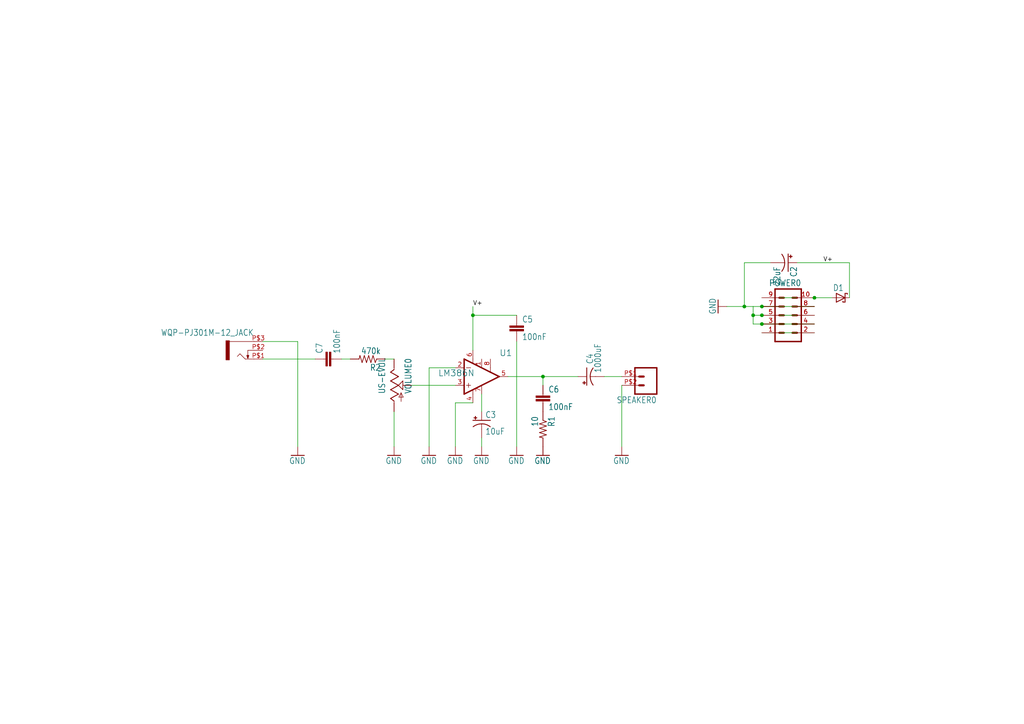
<source format=kicad_sch>
(kicad_sch (version 20230121) (generator eeschema)
  (paper "A4")
  (lib_symbols
    (symbol "speaker v.001-eagle-import:CPOL-USE2.5-5"
      (property "Reference" "C" (at 1.016 0.635 0))
      (symbol "CPOL-USE2.5-5_1_0"
        (rectangle (start -2.253 0.668) (end -1.364 0.795) (fill (type outline)))
        (rectangle (start -1.872 0.287) (end -1.745 1.176) (fill (type outline)))
        (arc (start 0 -1.0161) (mid -1.3021 -1.2303) (end -2.4669 -1.8504) (stroke (width 0.254)))
        (polyline (pts (xy -2.54 0) (xy 2.54 0)) (stroke (width 0.254)))
        (polyline (pts (xy 0 -1.016) (xy 0 -2.54)) (stroke (width 0.1524)))
        (arc (start 2.4892 -1.8541) (mid 1.3158 -1.2194) (end 0 -1) (stroke (width 0.254)))
        (pin passive line (at 0 2.54 270) (length 2.54) (name "+") (number "+"))
        (pin passive line (at 0 -5.08 90) (length 2.54) (name "-") (number "-"))
      )
    )
    (symbol "speaker v.001-eagle-import:GND" (power)
      (property "Value" "GND" (at -2.54 -2.54 0))
      (symbol "GND_1_0"
        (polyline (pts (xy -1.905 0) (xy 1.905 0)) (stroke (width 0.254)))
        (pin power_in line (at 0 2.54 270) (length 2.54) (name "GND") (number "1"))
      )
    )
    (symbol "speaker v.001-eagle-import:LM386"
      (property "Reference" "U" (at 7.62 5.842 0))
      (symbol "LM386_1_0"
        (polyline (pts (xy -2.54 -5.08) (xy -2.54 5.08)) (stroke (width 0.4064)))
        (polyline (pts (xy -2.54 5.08) (xy 5.08 1.27)) (stroke (width 0.4064)))
        (polyline (pts (xy -1.905 -2.54) (xy -0.635 -2.54)) (stroke (width 0.1524)))
        (polyline (pts (xy -1.905 2.54) (xy -0.635 2.54)) (stroke (width 0.1524)))
        (polyline (pts (xy -1.27 -3.175) (xy -1.27 -1.905)) (stroke (width 0.1524)))
        (polyline (pts (xy 0 -5.08) (xy 0 -3.8862)) (stroke (width 0.1524)))
        (polyline (pts (xy 0 3.9116) (xy 0 5.08)) (stroke (width 0.1524)))
        (polyline (pts (xy 5.08 1.27) (xy 5.08 2.54)) (stroke (width 0.1524)))
        (polyline (pts (xy 5.08 1.27) (xy 7.62 0)) (stroke (width 0.4064)))
        (polyline (pts (xy 7.62 0) (xy -2.54 -5.08)) (stroke (width 0.4064)))
        (pin bidirectional line (at 2.54 5.08 270) (length 2.54) (name "GAIN@1") (number "1"))
        (pin input line (at -5.08 2.54 0) (length 2.54) (name "-IN") (number "2"))
        (pin input line (at -5.08 -2.54 0) (length 2.54) (name "+IN") (number "3"))
        (pin power_in line (at 0 -7.62 90) (length 2.54) (name "V-") (number "4"))
        (pin output line (at 10.16 0 180) (length 2.54) (name "OUT") (number "5"))
        (pin power_in line (at 0 7.62 270) (length 2.54) (name "V+") (number "6"))
        (pin bidirectional line (at 2.54 -5.08 90) (length 2.54) (name "BP") (number "7"))
        (pin bidirectional line (at 5.08 5.08 270) (length 2.54) (name "GAIN@8") (number "8"))
      )
    )
    (symbol "speaker v.001-eagle-import:M02PTH2"
      (property "Reference" "JP" (at -2.54 5.842 0))
      (symbol "M02PTH2_1_0"
        (polyline (pts (xy -2.54 5.08) (xy -2.54 -2.54)) (stroke (width 0.4064)))
        (polyline (pts (xy -2.54 5.08) (xy 3.81 5.08)) (stroke (width 0.4064)))
        (polyline (pts (xy 1.27 0) (xy 2.54 0)) (stroke (width 0.6096)))
        (polyline (pts (xy 1.27 2.54) (xy 2.54 2.54)) (stroke (width 0.6096)))
        (polyline (pts (xy 3.81 -2.54) (xy -2.54 -2.54)) (stroke (width 0.4064)))
        (polyline (pts (xy 3.81 -2.54) (xy 3.81 5.08)) (stroke (width 0.4064)))
        (pin passive line (at 7.62 0 180) (length 5.08) (name "1") (number "P$1"))
        (pin passive line (at 7.62 2.54 180) (length 5.08) (name "2") (number "P$2"))
      )
    )
    (symbol "speaker v.001-eagle-import:MA05-2"
      (property "Reference" "SV" (at -3.81 8.382 0))
      (symbol "MA05-2_1_0"
        (polyline (pts (xy -3.81 7.62) (xy -3.81 -7.62)) (stroke (width 0.4064)))
        (polyline (pts (xy -3.81 7.62) (xy 3.81 7.62)) (stroke (width 0.4064)))
        (polyline (pts (xy -2.54 -5.08) (xy -1.27 -5.08)) (stroke (width 0.6096)))
        (polyline (pts (xy -2.54 -2.54) (xy -1.27 -2.54)) (stroke (width 0.6096)))
        (polyline (pts (xy -2.54 0) (xy -1.27 0)) (stroke (width 0.6096)))
        (polyline (pts (xy -2.54 2.54) (xy -1.27 2.54)) (stroke (width 0.6096)))
        (polyline (pts (xy -2.54 5.08) (xy -1.27 5.08)) (stroke (width 0.6096)))
        (polyline (pts (xy 1.27 -5.08) (xy 2.54 -5.08)) (stroke (width 0.6096)))
        (polyline (pts (xy 1.27 -2.54) (xy 2.54 -2.54)) (stroke (width 0.6096)))
        (polyline (pts (xy 1.27 0) (xy 2.54 0)) (stroke (width 0.6096)))
        (polyline (pts (xy 1.27 2.54) (xy 2.54 2.54)) (stroke (width 0.6096)))
        (polyline (pts (xy 1.27 5.08) (xy 2.54 5.08)) (stroke (width 0.6096)))
        (polyline (pts (xy 3.81 -7.62) (xy -3.81 -7.62)) (stroke (width 0.4064)))
        (polyline (pts (xy 3.81 -7.62) (xy 3.81 7.62)) (stroke (width 0.4064)))
        (pin passive line (at 7.62 -5.08 180) (length 5.08) (name "1") (number "1"))
        (pin passive line (at -7.62 5.08 0) (length 5.08) (name "10") (number "10"))
        (pin passive line (at -7.62 -5.08 0) (length 5.08) (name "2") (number "2"))
        (pin passive line (at 7.62 -2.54 180) (length 5.08) (name "3") (number "3"))
        (pin passive line (at -7.62 -2.54 0) (length 5.08) (name "4") (number "4"))
        (pin passive line (at 7.62 0 180) (length 5.08) (name "5") (number "5"))
        (pin passive line (at -7.62 0 0) (length 5.08) (name "6") (number "6"))
        (pin passive line (at 7.62 2.54 180) (length 5.08) (name "7") (number "7"))
        (pin passive line (at -7.62 2.54 0) (length 5.08) (name "8") (number "8"))
        (pin passive line (at 7.62 5.08 180) (length 5.08) (name "9") (number "9"))
      )
    )
    (symbol "speaker v.001-eagle-import:R-US_0204/7"
      (property "Reference" "R" (at -3.81 1.4986 0))
      (symbol "R-US_0204/7_1_0"
        (polyline (pts (xy -2.54 0) (xy -2.159 1.016)) (stroke (width 0.2032)))
        (polyline (pts (xy -2.159 1.016) (xy -1.524 -1.016)) (stroke (width 0.2032)))
        (polyline (pts (xy -1.524 -1.016) (xy -0.889 1.016)) (stroke (width 0.2032)))
        (polyline (pts (xy -0.889 1.016) (xy -0.254 -1.016)) (stroke (width 0.2032)))
        (polyline (pts (xy -0.254 -1.016) (xy 0.381 1.016)) (stroke (width 0.2032)))
        (polyline (pts (xy 0.381 1.016) (xy 1.016 -1.016)) (stroke (width 0.2032)))
        (polyline (pts (xy 1.016 -1.016) (xy 1.651 1.016)) (stroke (width 0.2032)))
        (polyline (pts (xy 1.651 1.016) (xy 2.286 -1.016)) (stroke (width 0.2032)))
        (polyline (pts (xy 2.286 -1.016) (xy 2.54 0)) (stroke (width 0.2032)))
        (pin passive line (at -5.08 0 0) (length 2.54) (name "1") (number "1"))
        (pin passive line (at 5.08 0 180) (length 2.54) (name "2") (number "2"))
      )
    )
    (symbol "speaker v.001-eagle-import:SCHOTTKY-DIODEDO41"
      (property "Reference" "D" (at -2.286 1.905 0))
      (symbol "SCHOTTKY-DIODEDO41_1_0"
        (polyline (pts (xy -1.27 -1.27) (xy 1.27 0)) (stroke (width 0.254)))
        (polyline (pts (xy -1.27 1.27) (xy -1.27 -1.27)) (stroke (width 0.254)))
        (polyline (pts (xy 0.635 -1.016) (xy 0.635 -1.27)) (stroke (width 0.254)))
        (polyline (pts (xy 1.27 -1.27) (xy 0.635 -1.27)) (stroke (width 0.254)))
        (polyline (pts (xy 1.27 0) (xy -1.27 1.27)) (stroke (width 0.254)))
        (polyline (pts (xy 1.27 0) (xy 1.27 -1.27)) (stroke (width 0.254)))
        (polyline (pts (xy 1.27 1.27) (xy 1.27 0)) (stroke (width 0.254)))
        (polyline (pts (xy 1.905 1.27) (xy 1.27 1.27)) (stroke (width 0.254)))
        (polyline (pts (xy 1.905 1.27) (xy 1.905 1.016)) (stroke (width 0.254)))
        (pin passive line (at -2.54 0 0) (length 2.54) (name "A") (number "A"))
        (pin passive line (at 2.54 0 180) (length 2.54) (name "C") (number "C"))
      )
    )
    (symbol "speaker v.001-eagle-import:SPARKFUN_CAPPTH1"
      (property "Reference" "C" (at 1.524 2.921 0))
      (symbol "SPARKFUN_CAPPTH1_1_0"
        (rectangle (start -2.032 0.508) (end 2.032 1.016) (fill (type outline)))
        (rectangle (start -2.032 1.524) (end 2.032 2.032) (fill (type outline)))
        (polyline (pts (xy 0 0) (xy 0 0.508)) (stroke (width 0.1524)))
        (polyline (pts (xy 0 2.54) (xy 0 2.032)) (stroke (width 0.1524)))
        (pin passive line (at 0 5.08 270) (length 2.54) (name "1") (number "1"))
        (pin passive line (at 0 -2.54 90) (length 2.54) (name "2") (number "2"))
      )
    )
    (symbol "speaker v.001-eagle-import:US-EVUL"
      (property "Reference" "R" (at -5.08 -2.54 90))
      (symbol "US-EVUL_1_0"
        (polyline (pts (xy -1.016 -3.81) (xy 1.27 -2.54)) (stroke (width 0.254)))
        (polyline (pts (xy -1.016 -1.27) (xy 1.27 0)) (stroke (width 0.254)))
        (polyline (pts (xy -1.016 1.27) (xy 1.27 2.54)) (stroke (width 0.254)))
        (polyline (pts (xy -1.016 3.81) (xy 0 4.572)) (stroke (width 0.254)))
        (polyline (pts (xy 0 -5.08) (xy 0 -4.572)) (stroke (width 0.1524)))
        (polyline (pts (xy 0 -4.572) (xy -1.016 -3.81)) (stroke (width 0.254)))
        (polyline (pts (xy 0 4.572) (xy 0 5.08)) (stroke (width 0.1524)))
        (polyline (pts (xy 1.27 -2.54) (xy -1.016 -1.27)) (stroke (width 0.254)))
        (polyline (pts (xy 1.27 0) (xy -1.016 1.27)) (stroke (width 0.254)))
        (polyline (pts (xy 1.27 0) (xy 2.54 1.27)) (stroke (width 0.2032)))
        (polyline (pts (xy 1.27 2.54) (xy -1.016 3.81)) (stroke (width 0.254)))
        (polyline (pts (xy 1.397 -3.429) (xy 2.032 -2.159)) (stroke (width 0.1524)))
        (polyline (pts (xy 2.032 -4.699) (xy 2.032 -2.159)) (stroke (width 0.1524)))
        (polyline (pts (xy 2.032 -2.159) (xy 2.667 -3.429)) (stroke (width 0.1524)))
        (polyline (pts (xy 2.54 -1.27) (xy 1.27 0)) (stroke (width 0.2032)))
        (polyline (pts (xy 2.54 1.27) (xy 2.54 -1.27)) (stroke (width 0.2032)))
        (polyline (pts (xy 2.667 -3.429) (xy 1.397 -3.429)) (stroke (width 0.1524)))
        (pin passive line (at 0 -7.62 90) (length 2.54) (name "A") (number "1"))
        (pin passive line (at 5.08 0 180) (length 2.54) (name "S") (number "2"))
        (pin passive line (at 0 7.62 270) (length 2.54) (name "E") (number "3"))
      )
    )
    (symbol "speaker v.001-eagle-import:WQP-PJ301M-12_JACK"
      (symbol "WQP-PJ301M-12_JACK_1_0"
        (polyline (pts (xy -2.54 -2.54) (xy 4.572 -2.54)) (stroke (width 0.1524)))
        (polyline (pts (xy -2.54 0) (xy -0.762 0)) (stroke (width 0.1524)))
        (polyline (pts (xy -2.54 2.54) (xy 0 2.54)) (stroke (width 0.1524)))
        (polyline (pts (xy -1.016 1.524) (xy -0.508 1.524)) (stroke (width 0.254)))
        (polyline (pts (xy -0.762 0) (xy -0.762 2.286)) (stroke (width 0.1524)))
        (polyline (pts (xy -0.762 2.286) (xy -1.016 1.524)) (stroke (width 0.254)))
        (polyline (pts (xy -0.508 1.524) (xy -0.762 2.286)) (stroke (width 0.254)))
        (polyline (pts (xy 0 2.54) (xy 1.524 1.016)) (stroke (width 0.1524)))
        (polyline (pts (xy 1.524 1.016) (xy 2.286 1.778)) (stroke (width 0.1524)))
        (rectangle (start 4.572 2.794) (end 5.588 -2.794) (fill (type outline)))
        (pin passive line (at -5.08 2.54 0) (length 2.54) (name "2") (number "P$1"))
        (pin passive line (at -5.08 0 0) (length 2.54) (name "3") (number "P$2"))
        (pin passive line (at -5.08 -2.54 0) (length 2.54) (name "1") (number "P$3"))
      )
    )
  )
  (junction (at 157.48 109.22))
  (junction (at 236.22 86.36))
  (junction (at 215.9 88.9))
  (junction (at 220.98 93.98))
  (junction (at 220.98 91.44))
  (junction (at 137.16 91.44))
  (junction (at 220.98 88.9))
  (junction (at 218.44 91.44))
  (wire (pts (xy 137.16 116.84) (xy 132.08 116.84)) (stroke (width 0.1524)))
  (wire (pts (xy 147.32 109.22) (xy 157.48 109.22)) (stroke (width 0.1524)))
  (wire (pts (xy 86.36 99.06) (xy 86.36 129.54)) (stroke (width 0.1524)))
  (wire (pts (xy 220.98 88.9) (xy 218.44 88.9)) (stroke (width 0.1524)))
  (wire (pts (xy 220.98 91.44) (xy 218.44 91.44)) (stroke (width 0.1524)))
  (wire (pts (xy 236.22 93.98) (xy 220.98 93.98)) (stroke (width 0.1524)))
  (wire (pts (xy 236.22 86.36) (xy 241.3 86.36)) (stroke (width 0.1524)))
  (wire (pts (xy 119.38 111.76) (xy 132.08 111.76)) (stroke (width 0.1524)))
  (wire (pts (xy 76.2 99.06) (xy 86.36 99.06)) (stroke (width 0.1524)))
  (wire (pts (xy 218.44 91.44) (xy 218.44 93.98)) (stroke (width 0.1524)))
  (wire (pts (xy 218.44 88.9) (xy 215.9 88.9)) (stroke (width 0.1524)))
  (wire (pts (xy 132.08 106.68) (xy 124.46 106.68)) (stroke (width 0.1524)))
  (wire (pts (xy 236.22 88.9) (xy 220.98 88.9)) (stroke (width 0.1524)))
  (wire (pts (xy 124.46 106.68) (xy 124.46 129.54)) (stroke (width 0.1524)))
  (wire (pts (xy 246.38 76.2) (xy 231.14 76.2)) (stroke (width 0.1524)))
  (wire (pts (xy 236.22 91.44) (xy 220.98 91.44)) (stroke (width 0.1524)))
  (wire (pts (xy 137.16 101.6) (xy 137.16 91.44)) (stroke (width 0.1524)))
  (wire (pts (xy 215.9 88.9) (xy 210.82 88.9)) (stroke (width 0.1524)))
  (wire (pts (xy 139.7 127) (xy 139.7 129.54)) (stroke (width 0.1524)))
  (wire (pts (xy 246.38 86.36) (xy 246.38 76.2)) (stroke (width 0.1524)))
  (wire (pts (xy 236.22 96.52) (xy 220.98 96.52)) (stroke (width 0.1524)))
  (wire (pts (xy 215.9 76.2) (xy 215.9 88.9)) (stroke (width 0.1524)))
  (wire (pts (xy 218.44 93.98) (xy 220.98 93.98)) (stroke (width 0.1524)))
  (wire (pts (xy 236.22 86.36) (xy 220.98 86.36)) (stroke (width 0.1524)))
  (wire (pts (xy 149.86 91.44) (xy 137.16 91.44)) (stroke (width 0.1524)))
  (wire (pts (xy 101.6 104.14) (xy 99.06 104.14)) (stroke (width 0.1524)))
  (wire (pts (xy 218.44 91.44) (xy 218.44 88.9)) (stroke (width 0.1524)))
  (wire (pts (xy 157.48 109.22) (xy 167.64 109.22)) (stroke (width 0.1524)))
  (wire (pts (xy 137.16 91.44) (xy 137.16 88.9)) (stroke (width 0.1524)))
  (wire (pts (xy 132.08 116.84) (xy 132.08 129.54)) (stroke (width 0.1524)))
  (wire (pts (xy 223.52 76.2) (xy 215.9 76.2)) (stroke (width 0.1524)))
  (wire (pts (xy 149.86 99.06) (xy 149.86 129.54)) (stroke (width 0.1524)))
  (wire (pts (xy 139.7 114.3) (xy 139.7 119.38)) (stroke (width 0.1524)))
  (wire (pts (xy 175.26 109.22) (xy 180.34 109.22)) (stroke (width 0.1524)))
  (wire (pts (xy 114.3 119.38) (xy 114.3 129.54)) (stroke (width 0.1524)))
  (wire (pts (xy 157.48 111.76) (xy 157.48 109.22)) (stroke (width 0.1524)))
  (wire (pts (xy 180.34 111.76) (xy 180.34 129.54)) (stroke (width 0.1524)))
  (wire (pts (xy 114.3 104.14) (xy 111.76 104.14)) (stroke (width 0.1524)))
  (wire (pts (xy 76.2 104.14) (xy 91.44 104.14)) (stroke (width 0.1524)))
  (label "V+" (at 137.16 88.9 0) (effects (font (size 1.2446 1.2446))))
  (label "V+" (at 238.76 76.2 0) (effects (font (size 1.2446 1.2446))))
  (symbol (lib_id "speaker v.001-eagle-import:GND") (at 149.86 132.08 0) (unit 1)
    (property "Reference" "#GND4" (effects hide))
    (property "Value" "GND" (at 147.32 134.62 0) (effects (font (size 1.778 1.5113)) (justify left bottom)))
  )
  (symbol (lib_id "speaker v.001-eagle-import:GND") (at 86.36 132.08 0) (unit 1)
    (property "Reference" "#GND1" (effects hide))
    (property "Value" "GND" (at 83.82 134.62 0) (effects (font (size 1.778 1.5113)) (justify left bottom)))
  )
  (symbol (lib_id "speaker v.001-eagle-import:US-EVUL") (at 114.3 111.76 0) (unit 1)
    (property "Reference" "VOLUME0" (at 119.38 114.3 90) (effects (font (size 1.778 1.5113)) (justify left bottom)))
    (property "Value" "US-EVUL" (at 111.76 114.3 90) (effects (font (size 1.778 1.5113)) (justify left bottom)))
    (property "Footprint" "speaker v.001:EVUFXL" (effects hide))
  )
  (symbol (lib_id "speaker v.001-eagle-import:CPOL-USE2.5-5") (at 139.7 121.92 0) (unit 1)
    (property "Reference" "C3" (at 140.716 121.285 0) (effects (font (size 1.778 1.5113)) (justify left bottom)))
    (property "Value" "10uF" (at 140.716 126.111 0) (effects (font (size 1.778 1.5113)) (justify left bottom)))
    (property "Footprint" "speaker v.001:E2,5-5" (effects hide))
  )
  (symbol (lib_id "speaker v.001-eagle-import:GND") (at 114.3 132.08 0) (unit 1)
    (property "Reference" "#GND2" (effects hide))
    (property "Value" "GND" (at 111.76 134.62 0) (effects (font (size 1.778 1.5113)) (justify left bottom)))
  )
  (symbol (lib_id "speaker v.001-eagle-import:CPOL-USE2.5-5") (at 228.6 76.2 270) (unit 1)
    (property "Reference" "C2" (at 229.235 77.216 0) (effects (font (size 1.778 1.5113)) (justify left bottom)))
    (property "Value" "22uF" (at 224.409 77.216 0) (effects (font (size 1.778 1.5113)) (justify left bottom)))
    (property "Footprint" "speaker v.001:E2,5-5" (effects hide))
  )
  (symbol (lib_id "speaker v.001-eagle-import:SPARKFUN_CAPPTH1") (at 157.48 116.84 0) (unit 1)
    (property "Reference" "C6" (at 159.004 113.919 0) (effects (font (size 1.778 1.5113)) (justify left bottom)))
    (property "Value" "100nF" (at 159.004 118.999 0) (effects (font (size 1.778 1.5113)) (justify left bottom)))
    (property "Footprint" "speaker v.001:SPARKFUN_CAP-PTH-5MM" (effects hide))
  )
  (symbol (lib_id "speaker v.001-eagle-import:R-US_0204/7") (at 106.68 104.14 180) (unit 1)
    (property "Reference" "R2" (at 110.49 105.6386 0) (effects (font (size 1.778 1.5113)) (justify left bottom)))
    (property "Value" "470k" (at 110.49 100.838 0) (effects (font (size 1.778 1.5113)) (justify left bottom)))
    (property "Footprint" "speaker v.001:0204_7" (effects hide))
  )
  (symbol (lib_id "speaker v.001-eagle-import:SCHOTTKY-DIODEDO41") (at 243.84 86.36 0) (unit 1)
    (property "Reference" "D1" (at 241.554 84.455 0) (effects (font (size 1.778 1.5113)) (justify left bottom)))
    (property "Value" "SCHOTTKY-DIODEDO41" (effects hide))
    (property "Footprint" "speaker v.001:DO41-10" (effects hide))
  )
  (symbol (lib_id "speaker v.001-eagle-import:MA05-2") (at 228.6 91.44 0) (mirror y) (unit 1)
    (property "Reference" "POWER0" (at 232.41 83.058 0) (effects (font (size 1.778 1.5113)) (justify left bottom)))
    (property "Value" "MA05-2" (effects hide))
    (property "Footprint" "speaker v.001:MA05-2" (effects hide))
  )
  (symbol (lib_id "speaker v.001-eagle-import:GND") (at 139.7 132.08 0) (unit 1)
    (property "Reference" "#GND5" (effects hide))
    (property "Value" "GND" (at 137.16 134.62 0) (effects (font (size 1.778 1.5113)) (justify left bottom)))
  )
  (symbol (lib_id "speaker v.001-eagle-import:SPARKFUN_CAPPTH1") (at 149.86 96.52 0) (unit 1)
    (property "Reference" "C5" (at 151.384 93.599 0) (effects (font (size 1.778 1.5113)) (justify left bottom)))
    (property "Value" "100nF" (at 151.384 98.679 0) (effects (font (size 1.778 1.5113)) (justify left bottom)))
    (property "Footprint" "speaker v.001:SPARKFUN_CAP-PTH-5MM" (effects hide))
  )
  (symbol (lib_id "speaker v.001-eagle-import:GND") (at 208.28 88.9 270) (unit 1)
    (property "Reference" "#GND9" (effects hide))
    (property "Value" "GND" (at 205.74 86.36 0) (effects (font (size 1.778 1.5113)) (justify left bottom)))
  )
  (symbol (lib_id "speaker v.001-eagle-import:LM386") (at 137.16 109.22 0) (unit 1)
    (property "Reference" "U1" (at 144.78 103.378 0) (effects (font (size 1.778 1.778)) (justify left bottom)))
    (property "Value" "LM386N" (at 127 109.22 0) (effects (font (size 1.778 1.778)) (justify left bottom)))
    (property "Footprint" "speaker v.001:DIP08" (effects hide))
  )
  (symbol (lib_id "speaker v.001-eagle-import:SPARKFUN_CAPPTH1") (at 96.52 104.14 90) (unit 1)
    (property "Reference" "C7" (at 93.599 102.616 0) (effects (font (size 1.778 1.5113)) (justify left bottom)))
    (property "Value" "100nF" (at 98.679 102.616 0) (effects (font (size 1.778 1.5113)) (justify left bottom)))
    (property "Footprint" "speaker v.001:SPARKFUN_CAP-PTH-5MM" (effects hide))
  )
  (symbol (lib_id "speaker v.001-eagle-import:GND") (at 124.46 132.08 0) (unit 1)
    (property "Reference" "#GND3" (effects hide))
    (property "Value" "GND" (at 121.92 134.62 0) (effects (font (size 1.778 1.5113)) (justify left bottom)))
  )
  (symbol (lib_id "speaker v.001-eagle-import:GND") (at 132.08 132.08 0) (unit 1)
    (property "Reference" "#GND6" (effects hide))
    (property "Value" "GND" (at 129.54 134.62 0) (effects (font (size 1.778 1.5113)) (justify left bottom)))
  )
  (symbol (lib_id "speaker v.001-eagle-import:M02PTH2") (at 187.96 109.22 180) (unit 1)
    (property "Reference" "SPEAKER0" (at 190.5 115.062 0) (effects (font (size 1.778 1.5113)) (justify left bottom)))
    (property "Value" "M02PTH2" (effects hide))
    (property "Footprint" "speaker v.001:1X02_BIG" (effects hide))
  )
  (symbol (lib_id "speaker v.001-eagle-import:WQP-PJ301M-12_JACK") (at 71.12 101.6 180) (unit 1)
    (property "Reference" "INPUT0" (effects hide))
    (property "Value" "WQP-PJ301M-12_JACK" (at 73.66 95.504 0) (effects (font (size 1.778 1.5113)) (justify left bottom)))
    (property "Footprint" "speaker v.001:WQP-PJ301M-12_JACK" (effects hide))
  )
  (symbol (lib_id "speaker v.001-eagle-import:GND") (at 180.34 132.08 0) (unit 1)
    (property "Reference" "#GND8" (effects hide))
    (property "Value" "GND" (at 177.8 134.62 0) (effects (font (size 1.778 1.5113)) (justify left bottom)))
  )
  (symbol (lib_id "speaker v.001-eagle-import:CPOL-USE2.5-5") (at 170.18 109.22 90) (unit 1)
    (property "Reference" "C4" (at 172.085 105.664 0) (effects (font (size 1.778 1.5113)) (justify left bottom)))
    (property "Value" "1000uF" (at 174.371 108.204 0) (effects (font (size 1.778 1.5113)) (justify left bottom)))
    (property "Footprint" "speaker v.001:E2,5-5" (effects hide))
  )
  (symbol (lib_id "speaker v.001-eagle-import:R-US_0204/7") (at 157.48 124.46 270) (unit 1)
    (property "Reference" "R1" (at 158.9786 120.65 0) (effects (font (size 1.778 1.5113)) (justify left bottom)))
    (property "Value" "10" (at 154.178 120.65 0) (effects (font (size 1.778 1.5113)) (justify left bottom)))
    (property "Footprint" "speaker v.001:0204_7" (effects hide))
  )
  (symbol (lib_id "speaker v.001-eagle-import:GND") (at 157.48 132.08 0) (unit 1)
    (property "Reference" "#GND7" (effects hide))
    (property "Value" "GND" (at 154.94 134.62 0) (effects (font (size 1.778 1.5113)) (justify left bottom)))
  )
)
</source>
